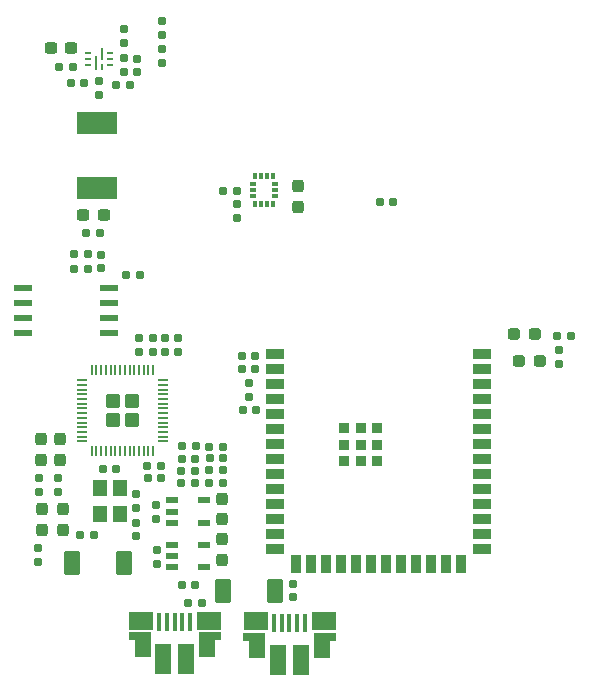
<source format=gbr>
%TF.GenerationSoftware,KiCad,Pcbnew,9.0.1*%
%TF.CreationDate,2025-04-26T03:22:33-04:00*%
%TF.ProjectId,MainBoardPCB,4d61696e-426f-4617-9264-5043422e6b69,rev?*%
%TF.SameCoordinates,Original*%
%TF.FileFunction,Paste,Top*%
%TF.FilePolarity,Positive*%
%FSLAX46Y46*%
G04 Gerber Fmt 4.6, Leading zero omitted, Abs format (unit mm)*
G04 Created by KiCad (PCBNEW 9.0.1) date 2025-04-26 03:22:33*
%MOMM*%
%LPD*%
G01*
G04 APERTURE LIST*
G04 Aperture macros list*
%AMRoundRect*
0 Rectangle with rounded corners*
0 $1 Rounding radius*
0 $2 $3 $4 $5 $6 $7 $8 $9 X,Y pos of 4 corners*
0 Add a 4 corners polygon primitive as box body*
4,1,4,$2,$3,$4,$5,$6,$7,$8,$9,$2,$3,0*
0 Add four circle primitives for the rounded corners*
1,1,$1+$1,$2,$3*
1,1,$1+$1,$4,$5*
1,1,$1+$1,$6,$7*
1,1,$1+$1,$8,$9*
0 Add four rect primitives between the rounded corners*
20,1,$1+$1,$2,$3,$4,$5,0*
20,1,$1+$1,$4,$5,$6,$7,0*
20,1,$1+$1,$6,$7,$8,$9,0*
20,1,$1+$1,$8,$9,$2,$3,0*%
G04 Aperture macros list end*
%ADD10RoundRect,0.160000X0.160000X-0.197500X0.160000X0.197500X-0.160000X0.197500X-0.160000X-0.197500X0*%
%ADD11R,0.304800X0.533400*%
%ADD12R,0.533400X0.304800*%
%ADD13R,1.524000X0.533400*%
%ADD14RoundRect,0.155000X-0.212500X-0.155000X0.212500X-0.155000X0.212500X0.155000X-0.212500X0.155000X0*%
%ADD15RoundRect,0.155000X-0.155000X0.212500X-0.155000X-0.212500X0.155000X-0.212500X0.155000X0.212500X0*%
%ADD16RoundRect,0.160000X-0.160000X0.197500X-0.160000X-0.197500X0.160000X-0.197500X0.160000X0.197500X0*%
%ADD17RoundRect,0.237500X0.287500X0.237500X-0.287500X0.237500X-0.287500X-0.237500X0.287500X-0.237500X0*%
%ADD18RoundRect,0.155000X0.155000X-0.212500X0.155000X0.212500X-0.155000X0.212500X-0.155000X-0.212500X0*%
%ADD19R,1.200000X1.400000*%
%ADD20RoundRect,0.250000X-0.450000X-0.800000X0.450000X-0.800000X0.450000X0.800000X-0.450000X0.800000X0*%
%ADD21RoundRect,0.237500X0.237500X-0.287500X0.237500X0.287500X-0.237500X0.287500X-0.237500X-0.287500X0*%
%ADD22RoundRect,0.155000X0.212500X0.155000X-0.212500X0.155000X-0.212500X-0.155000X0.212500X-0.155000X0*%
%ADD23RoundRect,0.237500X-0.300000X-0.237500X0.300000X-0.237500X0.300000X0.237500X-0.300000X0.237500X0*%
%ADD24R,1.498600X0.812800*%
%ADD25R,0.812800X1.498600*%
%ADD26R,0.889000X0.889000*%
%ADD27RoundRect,0.160000X0.197500X0.160000X-0.197500X0.160000X-0.197500X-0.160000X0.197500X-0.160000X0*%
%ADD28R,3.400001X1.850000*%
%ADD29RoundRect,0.237500X0.237500X-0.300000X0.237500X0.300000X-0.237500X0.300000X-0.237500X-0.300000X0*%
%ADD30RoundRect,0.160000X-0.197500X-0.160000X0.197500X-0.160000X0.197500X0.160000X-0.197500X0.160000X0*%
%ADD31R,0.977900X0.508000*%
%ADD32RoundRect,0.250000X0.450000X0.800000X-0.450000X0.800000X-0.450000X-0.800000X0.450000X-0.800000X0*%
%ADD33R,0.400000X1.650000*%
%ADD34R,1.825000X0.700000*%
%ADD35R,2.000000X1.500000*%
%ADD36R,1.350000X2.000000*%
%ADD37R,1.430000X2.500000*%
%ADD38RoundRect,0.237500X-0.237500X0.300000X-0.237500X-0.300000X0.237500X-0.300000X0.237500X0.300000X0*%
%ADD39RoundRect,0.237500X0.300000X0.237500X-0.300000X0.237500X-0.300000X-0.237500X0.300000X-0.237500X0*%
%ADD40R,0.549999X0.249999*%
%ADD41R,0.249999X1.000000*%
%ADD42R,0.249999X1.300000*%
%ADD43R,0.249999X0.549999*%
%ADD44RoundRect,0.250000X-0.370000X-0.370000X0.370000X-0.370000X0.370000X0.370000X-0.370000X0.370000X0*%
%ADD45RoundRect,0.050000X-0.387500X-0.050000X0.387500X-0.050000X0.387500X0.050000X-0.387500X0.050000X0*%
%ADD46RoundRect,0.050000X-0.050000X-0.387500X0.050000X-0.387500X0.050000X0.387500X-0.050000X0.387500X0*%
G04 APERTURE END LIST*
D10*
%TO.C,R12*%
X67260000Y-69495000D03*
X67260000Y-68300000D03*
%TD*%
D11*
%TO.C,U7*%
X67749999Y-53181100D03*
X68250000Y-53181100D03*
X68750000Y-53181100D03*
X69250001Y-53181100D03*
D12*
X69427100Y-52499999D03*
X69427100Y-52000000D03*
X69427100Y-51500001D03*
D11*
X69250001Y-50818900D03*
X68750000Y-50818900D03*
X68250000Y-50818900D03*
X67749999Y-50818900D03*
D12*
X67572900Y-51500001D03*
X67572900Y-52000000D03*
X67572900Y-52499999D03*
%TD*%
D13*
%TO.C,U2*%
X48110200Y-60330000D03*
X48110200Y-61600000D03*
X48110200Y-62870000D03*
X48110200Y-64140000D03*
X55400000Y-64140000D03*
X55400000Y-62870000D03*
X55400000Y-61600000D03*
X55400000Y-60330000D03*
%TD*%
D14*
%TO.C,C19*%
X66695000Y-70610000D03*
X67830000Y-70610000D03*
%TD*%
D15*
%TO.C,C20*%
X66690000Y-66010000D03*
X66690000Y-67145000D03*
%TD*%
D10*
%TO.C,R15*%
X66250008Y-54395000D03*
X66250000Y-53200000D03*
%TD*%
D16*
%TO.C,R2*%
X53600000Y-57450000D03*
X53600000Y-58645000D03*
%TD*%
D14*
%TO.C,C9*%
X63890000Y-75730000D03*
X65025000Y-75730000D03*
%TD*%
D16*
%TO.C,R7*%
X59345000Y-78690000D03*
X59345000Y-79885000D03*
%TD*%
D17*
%TO.C,D1*%
X91850000Y-66450000D03*
X90100000Y-66450000D03*
%TD*%
D14*
%TO.C,C15*%
X63890000Y-73770000D03*
X65025000Y-73770000D03*
%TD*%
D18*
%TO.C,C8*%
X60160000Y-65690000D03*
X60160000Y-64555000D03*
%TD*%
D19*
%TO.C,Y1*%
X54590000Y-77190000D03*
X54590000Y-79390000D03*
X56290000Y-79390000D03*
X56290000Y-77190000D03*
%TD*%
D20*
%TO.C,D3*%
X65050000Y-85950000D03*
X69450000Y-85950000D03*
%TD*%
D21*
%TO.C,D7*%
X49750000Y-80750000D03*
X49750000Y-79000000D03*
%TD*%
%TO.C,D8*%
X51500000Y-80750000D03*
X51500000Y-79000000D03*
%TD*%
D14*
%TO.C,C14*%
X63900000Y-74700000D03*
X65035000Y-74700000D03*
%TD*%
D15*
%TO.C,C21*%
X67770000Y-66030000D03*
X67770000Y-67165000D03*
%TD*%
D14*
%TO.C,C13*%
X63880000Y-76820000D03*
X65015000Y-76820000D03*
%TD*%
D16*
%TO.C,R3*%
X57950000Y-64500000D03*
X57950000Y-65695000D03*
%TD*%
D22*
%TO.C,C4*%
X62660000Y-76810000D03*
X61525000Y-76810000D03*
%TD*%
D14*
%TO.C,C28*%
X56010000Y-43100000D03*
X57145000Y-43100000D03*
%TD*%
D18*
%TO.C,C31*%
X57780000Y-42000000D03*
X57780000Y-40865000D03*
%TD*%
D23*
%TO.C,C32*%
X53200000Y-54150000D03*
X54925000Y-54150000D03*
%TD*%
D24*
%TO.C,U4*%
X69435000Y-65860000D03*
X69435000Y-67130000D03*
X69435000Y-68400000D03*
X69435000Y-69670000D03*
X69435000Y-70940000D03*
X69435000Y-72210000D03*
X69435000Y-73480000D03*
X69435000Y-74750000D03*
X69435000Y-76020000D03*
X69435000Y-77290000D03*
X69435000Y-78560000D03*
X69435000Y-79830000D03*
X69435000Y-81100000D03*
X69435000Y-82370000D03*
D25*
X71200000Y-83620000D03*
X72470000Y-83620000D03*
X73740000Y-83620000D03*
X75010000Y-83620000D03*
X76280000Y-83620000D03*
X77550000Y-83620000D03*
X78820000Y-83620000D03*
X80090000Y-83620000D03*
X81360000Y-83620000D03*
X82630000Y-83620000D03*
X83900000Y-83620000D03*
X85170000Y-83620000D03*
D24*
X86935000Y-82370000D03*
X86935000Y-81100000D03*
X86935000Y-79830000D03*
X86935000Y-78560000D03*
X86935000Y-77290000D03*
X86935000Y-76020000D03*
X86935000Y-74750000D03*
X86935000Y-73480000D03*
X86935000Y-72210000D03*
X86935000Y-70940000D03*
X86935000Y-69670000D03*
X86935000Y-68400000D03*
X86935000Y-67130000D03*
X86935000Y-65860000D03*
D26*
X76685000Y-73580000D03*
X75285000Y-72180000D03*
X75285000Y-73580000D03*
X75285000Y-74980000D03*
X76685000Y-74980000D03*
X78085000Y-74980000D03*
X78085000Y-73580000D03*
X78085000Y-72180000D03*
X76685000Y-72180000D03*
%TD*%
D21*
%TO.C,D6*%
X51250000Y-74850000D03*
X51250000Y-73100000D03*
%TD*%
D14*
%TO.C,C30*%
X52175000Y-42960000D03*
X53310000Y-42960000D03*
%TD*%
D16*
%TO.C,R4*%
X59100000Y-64515000D03*
X59100000Y-65710000D03*
%TD*%
D27*
%TO.C,R20*%
X54100000Y-81200000D03*
X52905000Y-81200000D03*
%TD*%
D22*
%TO.C,C1*%
X63250000Y-87000000D03*
X62115000Y-87000000D03*
%TD*%
D28*
%TO.C,L1*%
X54400000Y-46300000D03*
X54400000Y-51850000D03*
%TD*%
D27*
%TO.C,R11*%
X94520000Y-64330000D03*
X93325000Y-64330000D03*
%TD*%
D16*
%TO.C,R9*%
X59850000Y-40050000D03*
X59850000Y-41245000D03*
%TD*%
D14*
%TO.C,C6*%
X58650000Y-76350000D03*
X59785000Y-76350000D03*
%TD*%
%TO.C,C7*%
X58645000Y-75350000D03*
X59780000Y-75350000D03*
%TD*%
D29*
%TO.C,C34*%
X71400000Y-53400000D03*
X71400000Y-51675000D03*
%TD*%
D14*
%TO.C,C5*%
X56865000Y-59200000D03*
X58000000Y-59200000D03*
%TD*%
D22*
%TO.C,C12*%
X62660000Y-75780000D03*
X61525000Y-75780000D03*
%TD*%
D16*
%TO.C,R14*%
X56690000Y-38360000D03*
X56690000Y-39555000D03*
%TD*%
D30*
%TO.C,R16*%
X65055000Y-52050000D03*
X66250000Y-52050000D03*
%TD*%
D31*
%TO.C,U6*%
X60704500Y-78270000D03*
X60704500Y-79220001D03*
X60704500Y-80170002D03*
X63435000Y-80170002D03*
X63435000Y-78270000D03*
%TD*%
D22*
%TO.C,C11*%
X62680000Y-74730000D03*
X61545000Y-74730000D03*
%TD*%
D16*
%TO.C,R5*%
X57710001Y-77759999D03*
X57710001Y-78954999D03*
%TD*%
D22*
%TO.C,C26*%
X52300000Y-41570000D03*
X51165000Y-41570000D03*
%TD*%
%TO.C,C2*%
X55980002Y-75640000D03*
X54845002Y-75640000D03*
%TD*%
D15*
%TO.C,C29*%
X54560000Y-42795000D03*
X54560000Y-43930000D03*
%TD*%
D10*
%TO.C,R10*%
X93500000Y-66697500D03*
X93500000Y-65502500D03*
%TD*%
D32*
%TO.C,D4*%
X56677500Y-83580000D03*
X52277500Y-83580000D03*
%TD*%
D18*
%TO.C,C25*%
X71000000Y-86450000D03*
X71000000Y-85315000D03*
%TD*%
D21*
%TO.C,D5*%
X49600000Y-74850000D03*
X49600000Y-73100000D03*
%TD*%
D15*
%TO.C,C3*%
X57700000Y-80150000D03*
X57700000Y-81285000D03*
%TD*%
D22*
%TO.C,C22*%
X62700000Y-85440000D03*
X61565000Y-85440000D03*
%TD*%
D16*
%TO.C,R13*%
X56670000Y-40805000D03*
X56670000Y-42000000D03*
%TD*%
D33*
%TO.C,J2*%
X59660000Y-88590000D03*
X60310000Y-88590000D03*
X60960000Y-88590000D03*
X61610000Y-88590000D03*
X62260000Y-88590000D03*
D34*
X58010000Y-89790000D03*
D35*
X58110000Y-88490000D03*
D36*
X58230000Y-90540000D03*
D37*
X60000000Y-91740000D03*
X61920000Y-91740000D03*
D36*
X63710000Y-90540000D03*
D35*
X63860000Y-88470000D03*
D34*
X63960000Y-89790000D03*
%TD*%
D10*
%TO.C,R19*%
X49400000Y-83495000D03*
X49400000Y-82300000D03*
%TD*%
%TO.C,R18*%
X51100000Y-77545000D03*
X51100000Y-76350000D03*
%TD*%
D22*
%TO.C,C18*%
X79450000Y-53000000D03*
X78315000Y-53000000D03*
%TD*%
D31*
%TO.C,U5*%
X60734500Y-82050000D03*
X60734500Y-83000001D03*
X60734500Y-83950002D03*
X63465000Y-83950002D03*
X63465000Y-82050000D03*
%TD*%
D16*
%TO.C,R8*%
X59850000Y-37650000D03*
X59850000Y-38845000D03*
%TD*%
D38*
%TO.C,C24*%
X64950000Y-78125000D03*
X64950000Y-79850000D03*
%TD*%
D39*
%TO.C,C27*%
X52200000Y-39950000D03*
X50475000Y-39950000D03*
%TD*%
D38*
%TO.C,C23*%
X64975000Y-81575000D03*
X64975000Y-83300000D03*
%TD*%
D10*
%TO.C,R1*%
X52450000Y-58650000D03*
X52450000Y-57455000D03*
%TD*%
D17*
%TO.C,D2*%
X91430000Y-64230000D03*
X89680000Y-64230000D03*
%TD*%
D14*
%TO.C,C33*%
X53465000Y-55600000D03*
X54600000Y-55600000D03*
%TD*%
D18*
%TO.C,C10*%
X61195000Y-65690000D03*
X61195000Y-64555000D03*
%TD*%
D33*
%TO.C,J1*%
X69350000Y-88620000D03*
X70000000Y-88620000D03*
X70650000Y-88620000D03*
X71300000Y-88620000D03*
X71950000Y-88620000D03*
D34*
X67700000Y-89820000D03*
D35*
X67800000Y-88520000D03*
D36*
X67920000Y-90570000D03*
D37*
X69690000Y-91770000D03*
X71610000Y-91770000D03*
D36*
X73400000Y-90570000D03*
D35*
X73550000Y-88500000D03*
D34*
X73650000Y-89820000D03*
%TD*%
D10*
%TO.C,R17*%
X49450000Y-77595000D03*
X49450000Y-76400000D03*
%TD*%
D40*
%TO.C,U1*%
X55484997Y-41405002D03*
X55484997Y-40905003D03*
X55484997Y-40405001D03*
D41*
X54810000Y-40455001D03*
D40*
X53634998Y-40405001D03*
X53634998Y-40905003D03*
X53634998Y-41405002D03*
D42*
X54310000Y-41204999D03*
D43*
X54810000Y-41580000D03*
%TD*%
D44*
%TO.C,U3*%
X55725000Y-69887500D03*
X55725000Y-71487500D03*
X57325000Y-69887500D03*
X57325000Y-71487500D03*
D45*
X53087500Y-68087500D03*
X53087500Y-68487500D03*
X53087500Y-68887500D03*
X53087500Y-69287500D03*
X53087500Y-69687500D03*
X53087500Y-70087500D03*
X53087500Y-70487500D03*
X53087500Y-70887500D03*
X53087500Y-71287500D03*
X53087500Y-71687500D03*
X53087500Y-72087500D03*
X53087500Y-72487500D03*
X53087500Y-72887500D03*
X53087500Y-73287500D03*
D46*
X53925000Y-74125000D03*
X54325000Y-74125000D03*
X54725000Y-74125000D03*
X55125000Y-74125000D03*
X55525000Y-74125000D03*
X55925000Y-74125000D03*
X56325000Y-74125000D03*
X56725000Y-74125000D03*
X57125000Y-74125000D03*
X57525000Y-74125000D03*
X57925000Y-74125000D03*
X58325000Y-74125000D03*
X58725000Y-74125000D03*
X59125000Y-74125000D03*
D45*
X59962500Y-73287500D03*
X59962500Y-72887500D03*
X59962500Y-72487500D03*
X59962500Y-72087500D03*
X59962500Y-71687500D03*
X59962500Y-71287500D03*
X59962500Y-70887500D03*
X59962500Y-70487500D03*
X59962500Y-70087500D03*
X59962500Y-69687500D03*
X59962500Y-69287500D03*
X59962500Y-68887500D03*
X59962500Y-68487500D03*
X59962500Y-68087500D03*
D46*
X59125000Y-67250000D03*
X58725000Y-67250000D03*
X58325000Y-67250000D03*
X57925000Y-67250000D03*
X57525000Y-67250000D03*
X57125000Y-67250000D03*
X56725000Y-67250000D03*
X56325000Y-67250000D03*
X55925000Y-67250000D03*
X55525000Y-67250000D03*
X55125000Y-67250000D03*
X54725000Y-67250000D03*
X54325000Y-67250000D03*
X53925000Y-67250000D03*
%TD*%
D22*
%TO.C,C16*%
X62715000Y-73710000D03*
X61580000Y-73710000D03*
%TD*%
D16*
%TO.C,R6*%
X59435000Y-82455000D03*
X59435000Y-83650000D03*
%TD*%
D15*
%TO.C,C17*%
X54700000Y-57465000D03*
X54700000Y-58600000D03*
%TD*%
M02*

</source>
